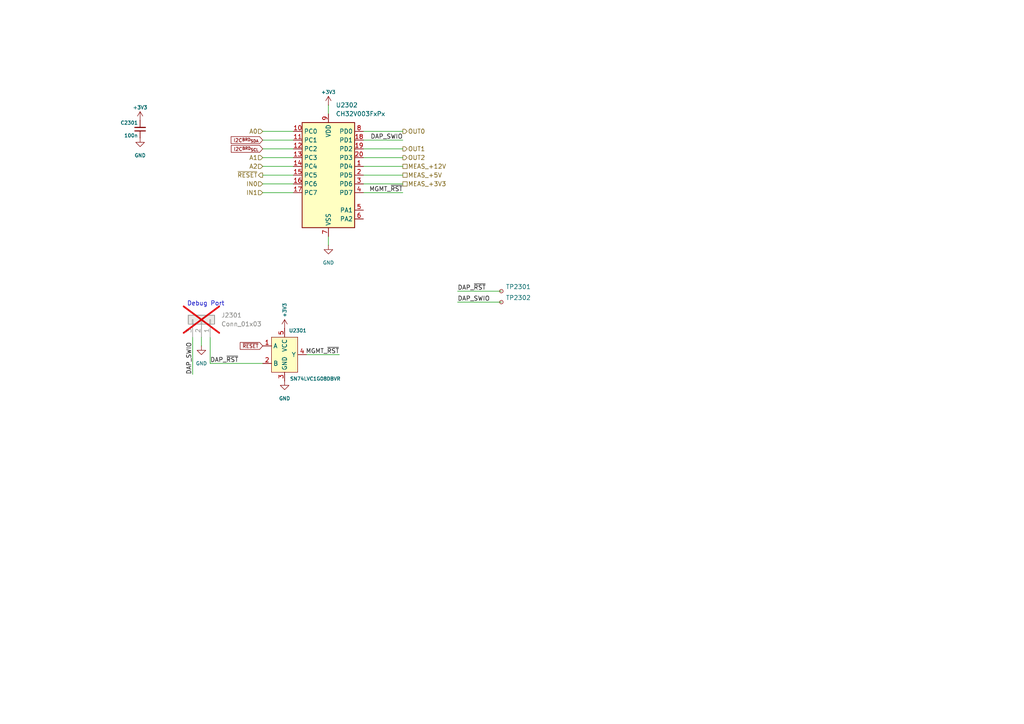
<source format=kicad_sch>
(kicad_sch (version 20250114) (generator "eeschema") (generator_version "9.0")
  (paper "A4")
  (lib_symbols
    (symbol "Connector:TestPoint_Small" (pin_numbers (hide yes)) (pin_names (offset 0.762) (hide yes))
      (property "Reference" "TP" (at 0 3.81 0))
      (property "Value" "TestPoint_Small" (at 0 2.032 0))
      (symbol "TestPoint_Small_0_1"
        (circle (center 0 0) (radius 0.508))
      )
      (symbol "TestPoint_Small_1_1"
        (pin passive line (at 0 0 90) (length 0) (name "1") (number "1"))
      )
    )
    (symbol "Connector_Generic:Conn_01x03" (pin_names (offset 1.016) (hide yes))
      (property "Reference" "J" (at 0 5.08 0))
      (property "Value" "Conn_01x03" (at 0 -5.08 0))
      (symbol "Conn_01x03_1_1"
        (rectangle (start -1.27 3.81) (end 1.27 -3.81) (stroke (width 0.254)) (fill (type background)))
        (rectangle (start -1.27 2.667) (end 0 2.413) (stroke (width 0.1524)))
        (rectangle (start -1.27 0.127) (end 0 -0.127) (stroke (width 0.1524)))
        (rectangle (start -1.27 -2.413) (end 0 -2.667) (stroke (width 0.1524)))
        (pin passive line (at -5.08 2.54 0) (length 3.81) (name "Pin_1") (number "1"))
        (pin passive line (at -5.08 0 0) (length 3.81) (name "Pin_2") (number "2"))
        (pin passive line (at -5.08 -2.54 0) (length 3.81) (name "Pin_3") (number "3"))
      )
    )
    (symbol "Device:C_Small" (pin_numbers (hide yes)) (pin_names (offset 0.254) (hide yes))
      (property "Reference" "C" (at 0.254 1.778 0))
      (property "Value" "C_Small" (at 0.254 -2.032 0))
      (symbol "C_Small_0_1"
        (polyline (pts (xy -1.524 0.508) (xy 1.524 0.508)) (stroke (width 0.3048)))
        (polyline (pts (xy -1.524 -0.508) (xy 1.524 -0.508)) (stroke (width 0.3302)))
      )
      (symbol "C_Small_1_1"
        (pin passive line (at 0 2.54 270) (length 2.032) (name "~") (number "1"))
        (pin passive line (at 0 -2.54 90) (length 2.032) (name "~") (number "2"))
      )
    )
    (symbol "Home Computer:SN74LVC1G08DBVR"
      (property "Reference" "U" (at 0.635 5.715 0))
      (property "Value" "SN74LVC1G08DBVR" (at 0.635 -5.715 0))
      (symbol "SN74LVC1G08DBVR_1_1"
        (rectangle (start -3.81 5.08) (end 3.81 -5.08) (fill (type background)))
        (pin input line (at -6.35 2.54 0) (length 2.54) (name "A") (number "1"))
        (pin input line (at -6.35 -2.54 0) (length 2.54) (name "B") (number "2"))
        (pin power_in line (at 0 7.62 270) (length 2.54) (name "VCC") (number "5"))
        (pin power_in line (at 0 -7.62 90) (length 2.54) (name "GND") (number "3"))
        (pin input line (at 6.35 0 180) (length 2.54) (name "Y") (number "4"))
      )
    )
    (symbol "MCU_WCH_CH32V0:CH32V003FxPx"
      (property "Reference" "U" (at -7.62 17.78 0))
      (property "Value" "CH32V003FxPx" (at 7.62 17.78 0))
      (symbol "CH32V003FxPx_1_1"
        (rectangle (start -7.62 15.24) (end 7.62 -15.24) (stroke (width 0.254)) (fill (type background)))
        (pin bidirectional line (at -10.16 12.7 0) (length 2.54) (name "PC0") (number "10"))
        (pin bidirectional line (at -10.16 10.16 0) (length 2.54) (name "PC1") (number "11"))
        (pin bidirectional line (at -10.16 7.62 0) (length 2.54) (name "PC2") (number "12"))
        (pin bidirectional line (at -10.16 5.08 0) (length 2.54) (name "PC3") (number "13"))
        (pin bidirectional line (at -10.16 2.54 0) (length 2.54) (name "PC4") (number "14"))
        (pin bidirectional line (at -10.16 0 0) (length 2.54) (name "PC5") (number "15"))
        (pin bidirectional line (at -10.16 -2.54 0) (length 2.54) (name "PC6") (number "16"))
        (pin bidirectional line (at -10.16 -5.08 0) (length 2.54) (name "PC7") (number "17"))
        (pin power_in line (at 0 17.78 270) (length 2.54) (name "VDD") (number "9"))
        (pin power_in line (at 0 -17.78 90) (length 2.54) (name "VSS") (number "7"))
        (pin bidirectional line (at 10.16 12.7 180) (length 2.54) (name "PD0") (number "8"))
        (pin bidirectional line (at 10.16 10.16 180) (length 2.54) (name "PD1") (number "18"))
        (pin bidirectional line (at 10.16 7.62 180) (length 2.54) (name "PD2") (number "19"))
        (pin bidirectional line (at 10.16 5.08 180) (length 2.54) (name "PD3") (number "20"))
        (pin bidirectional line (at 10.16 2.54 180) (length 2.54) (name "PD4") (number "1"))
        (pin bidirectional line (at 10.16 0 180) (length 2.54) (name "PD5") (number "2"))
        (pin bidirectional line (at 10.16 -2.54 180) (length 2.54) (name "PD6") (number "3"))
        (pin bidirectional line (at 10.16 -5.08 180) (length 2.54) (name "PD7") (number "4"))
        (pin bidirectional line (at 10.16 -10.16 180) (length 2.54) (name "PA1") (number "5"))
        (pin bidirectional line (at 10.16 -12.7 180) (length 2.54) (name "PA2") (number "6"))
      )
    )
    (symbol "power:+3V3" (power) (pin_numbers (hide yes)) (pin_names (offset 0) (hide yes))
      (property "Value" "+3V3" (at 0 3.556 0))
      (symbol "+3V3_0_1"
        (polyline (pts (xy -0.762 1.27) (xy 0 2.54)))
        (polyline (pts (xy 0 2.54) (xy 0.762 1.27)))
        (polyline (pts (xy 0 0) (xy 0 2.54)))
      )
      (symbol "+3V3_1_1"
        (pin power_in line (at 0 0 90) (length 0) (name "~") (number "1"))
      )
    )
    (symbol "power:GND" (power) (pin_numbers (hide yes)) (pin_names (offset 0) (hide yes))
      (property "Value" "GND" (at 0 -3.81 0))
      (symbol "GND_0_1"
        (polyline (pts (xy 0 0) (xy 0 -1.27) (xy 1.27 -1.27) (xy 0 -2.54) (xy -1.27 -1.27) (xy 0 -1.27)))
      )
      (symbol "GND_1_1"
        (pin power_in line (at 0 0 270) (length 0) (name "~") (number "1"))
      )
    )
  )
  (text "Debug Port" (at 59.69 88.9 0) (effects (font (size 1.27 1.27)) (justify bottom)))
  (wire (pts (xy 76.2 43.18) (xy 85.09 43.18)))
  (wire (pts (xy 132.715 87.63) (xy 145.415 87.63)))
  (wire (pts (xy 105.41 48.26) (xy 116.84 48.26)))
  (wire (pts (xy 132.715 84.455) (xy 145.415 84.455)))
  (wire (pts (xy 95.25 68.58) (xy 95.25 71.12)))
  (wire (pts (xy 88.9 102.87) (xy 98.425 102.87)))
  (wire (pts (xy 116.84 38.1) (xy 105.41 38.1)))
  (wire (pts (xy 76.2 45.72) (xy 85.09 45.72)))
  (wire (pts (xy 105.41 53.34) (xy 116.84 53.34)))
  (wire (pts (xy 76.2 40.64) (xy 85.09 40.64)))
  (wire (pts (xy 60.96 97.79) (xy 60.96 105.41)))
  (wire (pts (xy 76.2 53.34) (xy 85.09 53.34)))
  (wire (pts (xy 60.96 105.41) (xy 76.2 105.41)))
  (wire (pts (xy 95.25 30.48) (xy 95.25 33.02)))
  (wire (pts (xy 76.2 38.1) (xy 85.09 38.1)))
  (wire (pts (xy 76.2 50.8) (xy 85.09 50.8)))
  (wire (pts (xy 76.2 48.26) (xy 85.09 48.26)))
  (wire (pts (xy 55.88 97.79) (xy 55.88 108.585)))
  (wire (pts (xy 116.84 43.18) (xy 105.41 43.18)))
  (wire (pts (xy 105.41 45.72) (xy 116.84 45.72)))
  (wire (pts (xy 105.41 40.64) (xy 116.84 40.64)))
  (wire (pts (xy 105.41 50.8) (xy 116.84 50.8)))
  (wire (pts (xy 76.2 55.88) (xy 85.09 55.88)))
  (wire (pts (xy 105.41 55.88) (xy 116.84 55.88)))
  (wire (pts (xy 58.42 97.79) (xy 58.42 100.33)))
  (label "DAP_SWIO" (at 116.84 40.64 180))
  (label "MGMT_~{RST}" (at 98.425 102.87 180))
  (label "DAP_~{RST}" (at 132.715 84.455 0))
  (label "DAP_SWIO" (at 55.88 108.585 90))
  (label "DAP_SWIO" (at 132.715 87.63 0))
  (label "DAP_~{RST}" (at 60.96 105.41 0))
  (label "MGMT_~{RST}" (at 116.84 55.88 180))
  (global_label "I2C^{BRD}_{SCL}" (shape input) (at 76.2 43.18 180) (effects (font (size 1.016 1.016))) (property "Intersheetrefs" "${INTERSHEET_REFS}" (effects (hide yes))))
  (global_label "I2C^{BRD}_{SDA}" (shape input) (at 76.2 40.64 180) (effects (font (size 1.016 1.016))) (property "Intersheetrefs" "${INTERSHEET_REFS}" (effects (hide yes))))
  (global_label "~{RESET}" (shape input) (at 76.2 100.33 180) (effects (font (size 1.016 1.016))) (property "Intersheetrefs" "${INTERSHEET_REFS}" (effects (hide yes))))
  (hierarchical_label "OUT1" (shape output) (at 116.84 43.18 0))
  (hierarchical_label "A0" (shape input) (at 76.2 38.1 180))
  (hierarchical_label "IN0" (shape input) (at 76.2 53.34 180))
  (hierarchical_label "IN1" (shape input) (at 76.2 55.88 180))
  (hierarchical_label "MEAS_+12V" (shape passive) (at 116.84 48.26 0))
  (hierarchical_label "OUT0" (shape output) (at 116.84 38.1 0))
  (hierarchical_label "A1" (shape input) (at 76.2 45.72 180))
  (hierarchical_label "OUT2" (shape output) (at 116.84 45.72 0))
  (hierarchical_label "A2" (shape input) (at 76.2 48.26 180))
  (hierarchical_label "~{RESET}" (shape output) (at 76.2 50.8 180))
  (hierarchical_label "MEAS_+3V3" (shape passive) (at 116.84 53.34 0))
  (hierarchical_label "MEAS_+5V" (shape passive) (at 116.84 50.8 0))
  (symbol (lib_id "power:GND") (at 40.64 40.005 0) (mirror y) (unit 1)
    (property "Reference" "#PWR01905" (effects (hide yes)))
    (property "Value" "GND" (at 40.64 45.085 0) (effects (font (size 1.016 1.016))))
    (property "Description" "Power symbol creates a global label with name \"GND\" , ground" (effects (hide yes)))
    (instances (project "Backplane" (path "" (reference "#PWR02305") (unit 1)) (path "" (reference "#PWR02405") (unit 1)) (path "" (reference "#PWR02105") (unit 1)) (path "" (reference "#PWR02205") (unit 1)) (path "" (reference "#PWR02009") (unit 1)) (path "" (reference "#PWR02505") (unit 1)) (path "" (reference "#PWR01905") (unit 1)) (path "" (reference "#PWR02005") (unit 1))))
  )
  (symbol (lib_id "power:+3V3") (at 40.64 34.925 0) (mirror y) (unit 1)
    (property "Reference" "#PWR01904" (effects (hide yes)))
    (property "Value" "+3V3" (at 40.64 31.75 0) (effects (font (size 1.016 1.016)) (justify bottom)))
    (property "Description" "Power symbol creates a global label with name \"+3V3\"" (effects (hide yes)))
    (instances (project "Backplane" (path "" (reference "#PWR02304") (unit 1)) (path "" (reference "#PWR02404") (unit 1)) (path "" (reference "#PWR02104") (unit 1)) (path "" (reference "#PWR02204") (unit 1)) (path "" (reference "#PWR02008") (unit 1)) (path "" (reference "#PWR02504") (unit 1)) (path "" (reference "#PWR01904") (unit 1)) (path "" (reference "#PWR02004") (unit 1))))
  )
  (symbol (lib_id "power:GND") (at 58.42 100.33 0) (unit 1)
    (property "Reference" "#PWR01901" (effects (hide yes)))
    (property "Value" "GND" (at 58.42 105.41 0) (effects (font (size 1.016 1.016))))
    (property "Description" "Power symbol creates a global label with name \"GND\" , ground" (effects (hide yes)))
    (instances (project "Backplane" (path "" (reference "#PWR02301") (unit 1)) (path "" (reference "#PWR02401") (unit 1)) (path "" (reference "#PWR02101") (unit 1)) (path "" (reference "#PWR02201") (unit 1)) (path "" (reference "#PWR02010") (unit 1)) (path "" (reference "#PWR02501") (unit 1)) (path "" (reference "#PWR01901") (unit 1)) (path "" (reference "#PWR02001") (unit 1))))
  )
  (symbol (lib_id "Device:C_Small") (at 40.64 37.465 0) (mirror x) (unit 1)
    (property "Reference" "C1901" (at 40.005 36.195 0) (effects (font (size 1.016 1.016)) (justify right top)))
    (property "Value" "100n" (at 40.005 38.735 0) (effects (font (size 1.016 1.016)) (justify right bottom)))
    (property "Footprint" "Capacitor_SMD:C_0603_1608Metric" (effects (hide yes)))
    (property "Description" "Unpolarized capacitor, small symbol" (effects (hide yes)))
    (instances (project "Backplane" (path "" (reference "C2301") (unit 1)) (path "" (reference "C2401") (unit 1)) (path "" (reference "C2101") (unit 1)) (path "" (reference "C2201") (unit 1)) (path "" (reference "C2002") (unit 1)) (path "" (reference "C2501") (unit 1)) (path "" (reference "C1901") (unit 1)) (path "" (reference "C2001") (unit 1))))
  )
  (symbol (lib_id "power:+3V3") (at 82.55 95.25 0) (mirror y) (unit 1)
    (property "Reference" "#PWR01902" (effects (hide yes)))
    (property "Value" "+3V3" (at 82.55 92.075 90) (effects (font (size 1.016 1.016)) (justify left)))
    (property "Description" "Power symbol creates a global label with name \"+3V3\"" (effects (hide yes)))
    (instances (project "Backplane" (path "" (reference "#PWR02302") (unit 1)) (path "" (reference "#PWR02402") (unit 1)) (path "" (reference "#PWR02102") (unit 1)) (path "" (reference "#PWR02202") (unit 1)) (path "" (reference "#PWR02011") (unit 1)) (path "" (reference "#PWR02502") (unit 1)) (path "" (reference "#PWR01902") (unit 1)) (path "" (reference "#PWR02002") (unit 1))))
  )
  (symbol (lib_id "power:GND") (at 82.55 110.49 0) (unit 1)
    (property "Reference" "#PWR01903" (effects (hide yes)))
    (property "Value" "GND" (at 82.55 115.57 0) (effects (font (size 1.016 1.016))))
    (property "Description" "Power symbol creates a global label with name \"GND\" , ground" (effects (hide yes)))
    (instances (project "Backplane" (path "" (reference "#PWR02303") (unit 1)) (path "" (reference "#PWR02403") (unit 1)) (path "" (reference "#PWR02103") (unit 1)) (path "" (reference "#PWR02203") (unit 1)) (path "" (reference "#PWR02012") (unit 1)) (path "" (reference "#PWR02503") (unit 1)) (path "" (reference "#PWR01903") (unit 1)) (path "" (reference "#PWR02003") (unit 1))))
  )
  (symbol (lib_id "Connector:TestPoint_Small") (at 145.415 87.63 0) (unit 1)
    (property "Reference" "TP1902" (at 146.685 86.3599 0) (effects (justify left)))
    (property "Value" "TestPoint_Small" (effects (hide yes)))
    (property "Footprint" "TestPoint:TestPoint_Pad_D1.0mm" (effects (hide yes)))
    (property "Description" "test point" (effects (hide yes)))
    (instances (project "Backplane" (path "" (reference "TP2302") (unit 1)) (path "" (reference "TP2402") (unit 1)) (path "" (reference "TP2102") (unit 1)) (path "" (reference "TP2202") (unit 1)) (path "" (reference "TP2004") (unit 1)) (path "" (reference "TP2502") (unit 1)) (path "" (reference "TP1902") (unit 1)) (path "" (reference "TP2002") (unit 1))))
  )
  (symbol (lib_id "MCU_WCH_CH32V0:CH32V003FxPx") (at 95.25 50.8 0) (unit 1)
    (property "Reference" "U1902" (at 97.3933 30.48 0) (effects (justify left)))
    (property "Value" "CH32V003FxPx" (at 97.3933 33.02 0) (effects (justify left)))
    (property "Footprint" "Package_SO:TSSOP-20_4.4x6.5mm_P0.65mm" (effects (hide yes)))
    (property "Datasheet" "https://www.wch-ic.com/products/CH32V003.html" (effects (hide yes)))
    (property "Description" "CH32V003 series are industrial-grade general-purpose microcontrollers designed based on 32-bit RISC-V instruction set and architecture. It adopts QingKe V2A core, RV32EC instruction set, and supports 2 levels of interrupt nesting. The series are mounted with rich peripheral interfaces and function modules. Its internal organizational structure meets the low-cost and low-power embedded application scenarios." (effects (hide yes)))
    (instances (project "Backplane" (path "" (reference "U2302") (unit 1)) (path "" (reference "U2402") (unit 1)) (path "" (reference "U2102") (unit 1)) (path "" (reference "U2202") (unit 1)) (path "" (reference "U2004") (unit 1)) (path "" (reference "U2502") (unit 1)) (path "" (reference "U1902") (unit 1)) (path "" (reference "U2002") (unit 1))))
  )
  (symbol (lib_id "power:GND") (at 95.25 71.12 0) (unit 1)
    (property "Reference" "#PWR01907" (effects (hide yes)))
    (property "Value" "GND" (at 95.25 76.2 0) (effects (font (size 1.016 1.016))))
    (property "Description" "Power symbol creates a global label with name \"GND\" , ground" (effects (hide yes)))
    (instances (project "Backplane" (path "" (reference "#PWR02307") (unit 1)) (path "" (reference "#PWR02407") (unit 1)) (path "" (reference "#PWR02107") (unit 1)) (path "" (reference "#PWR02207") (unit 1)) (path "" (reference "#PWR02014") (unit 1)) (path "" (reference "#PWR02507") (unit 1)) (path "" (reference "#PWR01907") (unit 1)) (path "" (reference "#PWR02007") (unit 1))))
  )
  (symbol (lib_id "Connector:TestPoint_Small") (at 145.415 84.455 0) (unit 1)
    (property "Reference" "TP1901" (at 146.685 83.1849 0) (effects (justify left)))
    (property "Value" "TestPoint_Small" (effects (hide yes)))
    (property "Footprint" "TestPoint:TestPoint_Pad_D1.0mm" (effects (hide yes)))
    (property "Description" "test point" (effects (hide yes)))
    (instances (project "Backplane" (path "" (reference "TP2301") (unit 1)) (path "" (reference "TP2401") (unit 1)) (path "" (reference "TP2101") (unit 1)) (path "" (reference "TP2201") (unit 1)) (path "" (reference "TP2003") (unit 1)) (path "" (reference "TP2501") (unit 1)) (path "" (reference "TP1901") (unit 1)) (path "" (reference "TP2001") (unit 1))))
  )
  (symbol (lib_id "power:+3V3") (at 95.25 30.48 0) (unit 1)
    (property "Reference" "#PWR01906" (effects (hide yes)))
    (property "Value" "+3V3" (at 95.25 27.305 0) (effects (font (size 1.016 1.016)) (justify bottom)))
    (property "Description" "Power symbol creates a global label with name \"+3V3\"" (effects (hide yes)))
    (instances (project "Backplane" (path "" (reference "#PWR02306") (unit 1)) (path "" (reference "#PWR02406") (unit 1)) (path "" (reference "#PWR02106") (unit 1)) (path "" (reference "#PWR02206") (unit 1)) (path "" (reference "#PWR02013") (unit 1)) (path "" (reference "#PWR02506") (unit 1)) (path "" (reference "#PWR01906") (unit 1)) (path "" (reference "#PWR02006") (unit 1))))
  )
  (symbol (lib_id "Home Computer:SN74LVC1G08DBVR") (at 82.55 102.87 0) (unit 1)
    (property "Reference" "U1901" (at 86.36 95.885 0) (effects (font (size 1.016 1.016))))
    (property "Value" "SN74LVC1G08DBVR" (at 91.44 109.855 0) (effects (font (size 1.016 1.016))))
    (property "Footprint" "Package_TO_SOT_SMD:SOT-23-5" (effects (hide yes)))
    (property "Datasheet" "https://www.ti.com/lit/ds/symlink/sn74lvc1g08.pdf" (effects (hide yes)))
    (property "Description" "Single 2-Input Positive-AND Gate" (effects (hide yes)))
    (instances (project "Backplane" (path "" (reference "U2301") (unit 1)) (path "" (reference "U2401") (unit 1)) (path "" (reference "U2101") (unit 1)) (path "" (reference "U2201") (unit 1)) (path "" (reference "U2003") (unit 1)) (path "" (reference "U2501") (unit 1)) (path "" (reference "U1901") (unit 1)) (path "" (reference "U2001") (unit 1))))
  )
  (symbol (lib_id "Connector_Generic:Conn_01x03") (at 58.42 92.71 270) (mirror x) (unit 1) (dnp yes)
    (property "Reference" "J1901" (at 64.135 91.4399 90) (effects (justify left)))
    (property "Value" "Conn_01x03" (at 64.135 93.9799 90) (effects (justify left)))
    (property "Footprint" "Connector_Molex:Molex_PicoBlade_53047-0310_1x03_P1.25mm_Vertical" (effects (hide yes)))
    (property "Description" "Generic connector, single row, 01x03, script generated (kicad-library-utils/schlib/autogen/connector/)" (effects (hide yes)))
    (instances (project "Backplane" (path "" (reference "J2301") (unit 1)) (path "" (reference "J2401") (unit 1)) (path "" (reference "J2101") (unit 1)) (path "" (reference "J2201") (unit 1)) (path "" (reference "J2002") (unit 1)) (path "" (reference "J2501") (unit 1)) (path "" (reference "J1901") (unit 1)) (path "" (reference "J2001") (unit 1))))
  )
)
</source>
